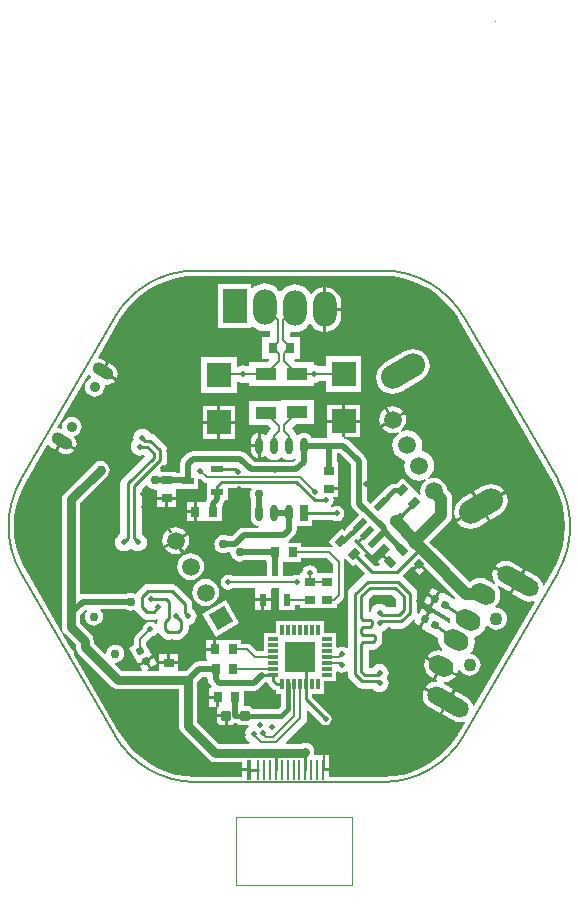
<source format=gbl>
%FSLAX25Y25*%
%MOIN*%
G70*
G01*
G75*
G04 Layer_Physical_Order=2*
G04 Layer_Color=16711680*
%ADD10R,0.05906X0.05906*%
%ADD11R,0.03347X0.02756*%
G04:AMPARAMS|DCode=12|XSize=62.99mil|YSize=17.72mil|CornerRadius=0mil|HoleSize=0mil|Usage=FLASHONLY|Rotation=210.000|XOffset=0mil|YOffset=0mil|HoleType=Round|Shape=Rectangle|*
%AMROTATEDRECTD12*
4,1,4,0.02285,0.02342,0.03171,0.00808,-0.02285,-0.02342,-0.03171,-0.00808,0.02285,0.02342,0.0*
%
%ADD12ROTATEDRECTD12*%

G04:AMPARAMS|DCode=13|XSize=86.61mil|YSize=47.24mil|CornerRadius=0mil|HoleSize=0mil|Usage=FLASHONLY|Rotation=300.000|XOffset=0mil|YOffset=0mil|HoleType=Round|Shape=Rectangle|*
%AMROTATEDRECTD13*
4,1,4,-0.04211,0.02569,-0.00120,0.04932,0.04211,-0.02569,0.00120,-0.04932,-0.04211,0.02569,0.0*
%
%ADD13ROTATEDRECTD13*%

G04:AMPARAMS|DCode=14|XSize=157.48mil|YSize=78.74mil|CornerRadius=0mil|HoleSize=0mil|Usage=FLASHONLY|Rotation=30.000|XOffset=0mil|YOffset=0mil|HoleType=Round|Shape=Rectangle|*
%AMROTATEDRECTD14*
4,1,4,-0.04851,-0.07347,-0.08788,-0.00528,0.04851,0.07347,0.08788,0.00528,-0.04851,-0.07347,0.0*
%
%ADD14ROTATEDRECTD14*%

%ADD15R,0.02756X0.03347*%
G04:AMPARAMS|DCode=16|XSize=102.36mil|YSize=17.72mil|CornerRadius=0mil|HoleSize=0mil|Usage=FLASHONLY|Rotation=330.000|XOffset=0mil|YOffset=0mil|HoleType=Round|Shape=Rectangle|*
%AMROTATEDRECTD16*
4,1,4,-0.04875,0.01792,-0.03990,0.03326,0.04875,-0.01792,0.03990,-0.03326,-0.04875,0.01792,0.0*
%
%ADD16ROTATEDRECTD16*%

%ADD17R,0.00984X0.07087*%
%ADD18R,0.00984X0.07087*%
%ADD19R,0.01772X0.07087*%
%ADD20C,0.03000*%
%ADD21C,0.02000*%
%ADD22C,0.01000*%
%ADD23C,0.00800*%
%ADD24C,0.00600*%
%ADD25C,0.00250*%
%ADD26C,0.00500*%
%ADD27O,0.07874X0.11811*%
%ADD28R,0.07874X0.11811*%
%ADD29C,0.02953*%
%ADD30P,0.08352X4X165.0*%
%ADD31C,0.05906*%
G04:AMPARAMS|DCode=32|XSize=157.48mil|YSize=78.74mil|CornerRadius=0mil|HoleSize=0mil|Usage=FLASHONLY|Rotation=210.000|XOffset=0mil|YOffset=0mil|HoleType=Round|Shape=Round|*
%AMOVALD32*
21,1,0.07874,0.07874,0.00000,0.00000,210.0*
1,1,0.07874,0.03410,0.01969*
1,1,0.07874,-0.03410,-0.01969*
%
%ADD32OVALD32*%

%ADD33C,0.04331*%
G04:AMPARAMS|DCode=34|XSize=150mil|YSize=60mil|CornerRadius=0mil|HoleSize=0mil|Usage=FLASHONLY|Rotation=150.000|XOffset=0mil|YOffset=0mil|HoleType=Round|Shape=Round|*
%AMOVALD34*
21,1,0.09000,0.06000,0.00000,0.00000,150.0*
1,1,0.06000,0.03897,-0.02250*
1,1,0.06000,-0.03897,0.02250*
%
%ADD34OVALD34*%

G04:AMPARAMS|DCode=35|XSize=86.61mil|YSize=62.99mil|CornerRadius=0mil|HoleSize=0mil|Usage=FLASHONLY|Rotation=150.000|XOffset=0mil|YOffset=0mil|HoleType=Round|Shape=Round|*
%AMOVALD35*
21,1,0.02362,0.06299,0.00000,0.00000,150.0*
1,1,0.06299,0.01023,-0.00591*
1,1,0.06299,-0.01023,0.00591*
%
%ADD35OVALD35*%

%ADD36C,0.03543*%
G04:AMPARAMS|DCode=37|XSize=74.8mil|YSize=39.37mil|CornerRadius=0mil|HoleSize=0mil|Usage=FLASHONLY|Rotation=330.000|XOffset=0mil|YOffset=0mil|HoleType=Round|Shape=Round|*
%AMOVALD37*
21,1,0.03543,0.03937,0.00000,0.00000,330.0*
1,1,0.03937,-0.01534,0.00886*
1,1,0.03937,0.01534,-0.00886*
%
%ADD37OVALD37*%

%ADD38C,0.02000*%
%ADD39C,0.03000*%
%ADD40C,0.00100*%
%ADD41P,0.03341X4X345.0*%
%ADD42P,0.03341X4X195.0*%
%ADD43P,0.03341X4X270.0*%
G04:AMPARAMS|DCode=44|XSize=27.56mil|YSize=33.47mil|CornerRadius=0mil|HoleSize=0mil|Usage=FLASHONLY|Rotation=45.000|XOffset=0mil|YOffset=0mil|HoleType=Round|Shape=Rectangle|*
%AMROTATEDRECTD44*
4,1,4,0.00209,-0.02158,-0.02158,0.00209,-0.00209,0.02158,0.02158,-0.00209,0.00209,-0.02158,0.0*
%
%ADD44ROTATEDRECTD44*%

G04:AMPARAMS|DCode=45|XSize=27.56mil|YSize=33.47mil|CornerRadius=0mil|HoleSize=0mil|Usage=FLASHONLY|Rotation=315.000|XOffset=0mil|YOffset=0mil|HoleType=Round|Shape=Rectangle|*
%AMROTATEDRECTD45*
4,1,4,-0.02158,-0.00209,0.00209,0.02158,0.02158,0.00209,-0.00209,-0.02158,-0.02158,-0.00209,0.0*
%
%ADD45ROTATEDRECTD45*%

%ADD46R,0.02362X0.03937*%
%ADD47R,0.03937X0.02362*%
%ADD48R,0.07087X0.03937*%
%ADD49R,0.07874X0.07874*%
%ADD50O,0.02500X0.05500*%
%ADD51R,0.02500X0.05500*%
%ADD52R,0.01200X0.03400*%
%ADD53R,0.03400X0.01200*%
%ADD54R,0.10236X0.10236*%
G04:AMPARAMS|DCode=55|XSize=31.5mil|YSize=31.5mil|CornerRadius=3.15mil|HoleSize=0mil|Usage=FLASHONLY|Rotation=180.000|XOffset=0mil|YOffset=0mil|HoleType=Round|Shape=RoundedRectangle|*
%AMROUNDEDRECTD55*
21,1,0.03150,0.02520,0,0,180.0*
21,1,0.02520,0.03150,0,0,180.0*
1,1,0.00630,-0.01260,0.01260*
1,1,0.00630,0.01260,0.01260*
1,1,0.00630,0.01260,-0.01260*
1,1,0.00630,-0.01260,-0.01260*
%
%ADD55ROUNDEDRECTD55*%
G04:AMPARAMS|DCode=56|XSize=20mil|YSize=50mil|CornerRadius=0mil|HoleSize=0mil|Usage=FLASHONLY|Rotation=315.000|XOffset=0mil|YOffset=0mil|HoleType=Round|Shape=Rectangle|*
%AMROTATEDRECTD56*
4,1,4,-0.02475,-0.01061,0.01061,0.02475,0.02475,0.01061,-0.01061,-0.02475,-0.02475,-0.01061,0.0*
%
%ADD56ROTATEDRECTD56*%

%ADD57R,0.01772X0.07087*%
%ADD58C,0.04000*%
%ADD59C,0.01500*%
G36*
X473763Y280098D02*
Y277083D01*
X469273D01*
Y277083D01*
X468745D01*
X468649Y277200D01*
X468455Y278175D01*
X467902Y279002D01*
X467075Y279555D01*
X466100Y279749D01*
X465125Y279555D01*
X464298Y279002D01*
X463745Y278175D01*
X463551Y277200D01*
X463455Y277083D01*
X462927D01*
Y276839D01*
X462540Y276522D01*
X461900Y276649D01*
X460924Y276455D01*
X460299Y276037D01*
X457144D01*
Y280827D01*
X457378Y280827D01*
D01*
D01*
X457528D01*
Y280827D01*
X463283D01*
Y282063D01*
X471798D01*
X473763Y280098D01*
D02*
G37*
G36*
X451983Y240754D02*
X452033Y240503D01*
X452475Y239841D01*
X453587Y238729D01*
X454248Y238287D01*
X454861Y238165D01*
Y236971D01*
X456636D01*
Y232780D01*
X455715Y231859D01*
X447195D01*
X447011Y232134D01*
X446411Y232535D01*
X445703Y232676D01*
X444208D01*
Y237951D01*
X447500D01*
X448476Y238145D01*
X449302Y238698D01*
X449302Y238698D01*
X449302Y238698D01*
X451504Y240900D01*
X451983Y240754D01*
D02*
G37*
G36*
X479951Y313382D02*
Y300300D01*
X480145Y299324D01*
X480698Y298498D01*
X482590Y296605D01*
X478114Y292129D01*
X478260Y291983D01*
X477553Y291276D01*
X476740Y292089D01*
X472253Y287601D01*
X473716Y286138D01*
X473399Y285751D01*
X473341Y285790D01*
X472600Y285937D01*
X463283D01*
Y287173D01*
X458980D01*
X458834Y287652D01*
X459202Y287898D01*
X459202Y287898D01*
X459202Y287898D01*
X461002Y289698D01*
X461555Y290525D01*
X461749Y291500D01*
X461749Y291500D01*
X461749Y291500D01*
Y291500D01*
Y292750D01*
X466950D01*
Y294961D01*
X473652D01*
X474124Y294645D01*
X475100Y294451D01*
X476076Y294645D01*
X476902Y295198D01*
X477455Y296024D01*
X477649Y297000D01*
X477455Y297975D01*
X476902Y298802D01*
X476076Y299355D01*
X475100Y299549D01*
X474124Y299355D01*
X473732Y299092D01*
X473261Y299261D01*
X473183Y299518D01*
X473302Y299598D01*
X473855Y300425D01*
X474049Y301400D01*
X473855Y302375D01*
X473880Y302422D01*
X475673D01*
Y304800D01*
X472499D01*
Y305800D01*
X475673D01*
Y308178D01*
D01*
Y308178D01*
X475673Y308178D01*
Y308328D01*
X475673D01*
Y314084D01*
X475049D01*
Y317089D01*
X476244D01*
X479951Y313382D01*
D02*
G37*
G36*
X494851Y268444D02*
Y265856D01*
X494744Y265749D01*
X491763D01*
X491540Y266040D01*
X490913Y266521D01*
X490183Y266823D01*
X489400Y266926D01*
X488617Y266823D01*
X487887Y266521D01*
X487260Y266040D01*
X486779Y265413D01*
X486477Y264683D01*
X486428Y264312D01*
X486294Y264215D01*
X485849Y264444D01*
Y268344D01*
X487256Y269751D01*
X493544D01*
X494851Y268444D01*
D02*
G37*
G36*
X485710Y290192D02*
X482880Y287363D01*
X483404Y286839D01*
D01*
X483404Y286839D01*
X484295Y285948D01*
X486939Y283304D01*
X489594Y285958D01*
X489802Y286098D01*
X490976Y287271D01*
X492930Y285317D01*
X492697Y285085D01*
Y285085D01*
X492591Y284979D01*
X492591Y284979D01*
X492591Y284979D01*
X490910Y283297D01*
X493154Y281053D01*
X492447Y280346D01*
X490203Y282590D01*
X488521Y280909D01*
X489429Y280001D01*
X489237Y279539D01*
X487686D01*
X484184Y283041D01*
X484986Y283843D01*
X480916Y287913D01*
X480916Y287913D01*
X481084Y288318D01*
X481254Y288489D01*
X481754D01*
X482173Y288070D01*
X485003Y290899D01*
X485710Y290192D01*
D02*
G37*
G36*
X493796Y376039D02*
X497051Y375486D01*
X500224Y374571D01*
X503275Y373308D01*
X506165Y371710D01*
X508858Y369800D01*
X511320Y367599D01*
X513521Y365137D01*
X515432Y362444D01*
X515964Y361480D01*
X515974Y361486D01*
X547168Y307456D01*
X547164Y307441D01*
X547164Y307441D01*
X547164Y307441D01*
X548229Y305515D01*
X549492Y302464D01*
X550406Y299291D01*
X550959Y296036D01*
X551145Y292739D01*
X550959Y289442D01*
X550406Y286187D01*
X549492Y283013D01*
X548229Y279963D01*
X547164Y278036D01*
X547164Y278036D01*
X547164Y278036D01*
X547168Y278022D01*
X544227Y272929D01*
X543737Y273026D01*
X543695Y273341D01*
X543242Y274436D01*
X542521Y275376D01*
X541581Y276097D01*
X538117Y278097D01*
X535847Y274166D01*
D01*
X533578Y270236D01*
X537042Y268236D01*
X538136Y267782D01*
X539311Y267628D01*
X540486Y267782D01*
X540779Y267904D01*
X541109Y267528D01*
X520999Y232696D01*
X520509Y232794D01*
X520467Y233108D01*
X520014Y234203D01*
X519292Y235143D01*
X518352Y235864D01*
X514888Y237864D01*
X512618Y233933D01*
D01*
X510349Y230003D01*
X513814Y228003D01*
X514908Y227549D01*
X516083Y227395D01*
X517258Y227549D01*
X517551Y227671D01*
X517880Y227295D01*
X515974Y223992D01*
X515964Y223997D01*
X515964D01*
X515432Y223033D01*
X513521Y220340D01*
X511320Y217878D01*
X508858Y215678D01*
X506165Y213767D01*
X503275Y212170D01*
X500224Y210906D01*
X497051Y209992D01*
X493796Y209439D01*
X490619Y209260D01*
X490499Y209284D01*
X472546D01*
Y211000D01*
X470577D01*
Y211499D01*
Y216543D01*
X467921D01*
X467591Y216919D01*
X467674Y217548D01*
X467571Y218331D01*
X467269Y219061D01*
X466788Y219688D01*
X466161Y220168D01*
X465431Y220471D01*
X464648Y220574D01*
X463865Y220471D01*
X463260Y220220D01*
X458280D01*
X458088Y220682D01*
X464513Y227107D01*
X465043Y227901D01*
X465074Y228056D01*
X465230Y228837D01*
Y231133D01*
X465692Y231325D01*
X469958Y227058D01*
X470620Y226616D01*
X471400Y226461D01*
X472180Y226616D01*
X472842Y227058D01*
X473284Y227720D01*
X473439Y228500D01*
X473284Y229280D01*
X472842Y229942D01*
X466875Y235909D01*
Y236971D01*
X470872D01*
Y241116D01*
X475017D01*
Y243084D01*
X475017D01*
Y244121D01*
X475458Y244357D01*
X475924Y244045D01*
X476900Y243851D01*
X477876Y244045D01*
X478310Y244335D01*
X478751Y244100D01*
Y243472D01*
X478945Y242496D01*
X479498Y241669D01*
X481869Y239298D01*
X482696Y238745D01*
X483672Y238551D01*
X487037D01*
X487260Y238260D01*
X487887Y237779D01*
X488617Y237477D01*
X489400Y237374D01*
X490183Y237477D01*
X490913Y237779D01*
X491540Y238260D01*
X492021Y238887D01*
X492323Y239617D01*
X492426Y240400D01*
X492323Y241183D01*
X492021Y241913D01*
X491877Y242100D01*
X492021Y242287D01*
X492323Y243017D01*
X492426Y243800D01*
X492323Y244583D01*
X492021Y245313D01*
X491540Y245940D01*
X490913Y246421D01*
X490183Y246723D01*
X489400Y246826D01*
X488617Y246723D01*
X487887Y246421D01*
X487260Y245940D01*
X487037Y245649D01*
X485849D01*
Y251601D01*
X487171D01*
X488146Y251795D01*
X488973Y252348D01*
X489598Y252973D01*
X490151Y253800D01*
X490345Y254775D01*
Y256025D01*
X490151Y257000D01*
X490014Y257205D01*
X490183Y257577D01*
X490913Y257879D01*
X491540Y258360D01*
X491763Y258651D01*
X496628D01*
X497604Y258845D01*
X498431Y259398D01*
X500750Y261717D01*
X501147Y261413D01*
X500728Y260687D01*
X502617Y259597D01*
X503958Y261919D01*
D01*
X505298Y264240D01*
X503409Y265331D01*
X502361Y263516D01*
X501894Y263692D01*
X501949Y263972D01*
Y270328D01*
X501755Y271304D01*
X501202Y272131D01*
X497231Y276102D01*
X497182Y276594D01*
X499864Y279276D01*
X500367Y278774D01*
X502263Y280670D01*
X502616Y280317D01*
X502879Y280580D01*
X502879Y280579D01*
X504775Y278684D01*
X504775Y278684D01*
X514544Y268915D01*
X514240Y268518D01*
X510036Y270946D01*
X509786Y270512D01*
X509564Y270640D01*
X508223Y268318D01*
D01*
X506883Y265996D01*
X506798Y266045D01*
X506928Y265563D01*
X506854Y265436D01*
X512364Y262255D01*
D01*
X512726Y262046D01*
X512883Y260848D01*
X512892Y260826D01*
X512704Y260500D01*
X512206Y260451D01*
X512026Y260657D01*
X512146Y260864D01*
X506636Y264046D01*
X506386Y263612D01*
X506164Y263740D01*
X504823Y261418D01*
D01*
X503483Y259096D01*
X503398Y259145D01*
X503528Y258663D01*
X503454Y258536D01*
X508781Y255460D01*
X508770Y255373D01*
X508947Y254029D01*
X509465Y252776D01*
X510291Y251700D01*
X510342Y251661D01*
X510146Y251188D01*
X508932Y251348D01*
X507718Y251188D01*
X506587Y250720D01*
X505616Y249974D01*
X505178Y249403D01*
X510206Y246500D01*
D01*
X515232Y243598D01*
X515508Y244263D01*
X515593Y244910D01*
X516088Y244975D01*
X516169Y244780D01*
X516757Y244014D01*
X517522Y243427D01*
X518414Y243057D01*
X519371Y242932D01*
X520328Y243057D01*
X521219Y243427D01*
X521985Y244014D01*
X522573Y244780D01*
X522942Y245672D01*
X523068Y246628D01*
X522942Y247585D01*
X522573Y248477D01*
X521985Y249243D01*
X521219Y249830D01*
X520328Y250200D01*
X519747Y250276D01*
X519682Y250519D01*
X520507Y251595D01*
X521026Y252848D01*
X521203Y254192D01*
X521026Y255536D01*
X521017Y255558D01*
X521267Y255991D01*
X521290Y255994D01*
X522543Y256513D01*
X523619Y257338D01*
X524444Y258414D01*
X524917Y259555D01*
X525363Y259614D01*
X525424Y259606D01*
X525615Y259357D01*
X526381Y258770D01*
X527272Y258401D01*
X528229Y258275D01*
X529186Y258401D01*
X530078Y258770D01*
X530843Y259357D01*
X531431Y260123D01*
X531800Y261015D01*
X531926Y261971D01*
X531800Y262928D01*
X531431Y263820D01*
X530843Y264586D01*
X530078Y265173D01*
X529186Y265543D01*
X528229Y265669D01*
X528099Y265651D01*
X527908Y266113D01*
X528294Y266410D01*
X529039Y267381D01*
X529508Y268512D01*
X529668Y269726D01*
X529508Y270940D01*
X529039Y272071D01*
X528666Y272557D01*
X529019Y272911D01*
X529248Y272736D01*
X532712Y270736D01*
X534731Y274233D01*
X527393Y278470D01*
X527133Y277841D01*
X526978Y276666D01*
X527133Y275492D01*
X527586Y274397D01*
X527936Y273942D01*
X527582Y273588D01*
X527323Y273787D01*
X525277Y274968D01*
X524146Y275437D01*
X522932Y275597D01*
X521718Y275437D01*
X520587Y274968D01*
X519616Y274223D01*
X519245Y274199D01*
X508056Y285388D01*
X507896Y285596D01*
X505993Y287500D01*
X512496Y294004D01*
X513057Y294735D01*
X513410Y295586D01*
X513530Y296500D01*
X513530Y296500D01*
X513530Y296500D01*
Y296500D01*
Y301900D01*
X513410Y302814D01*
X513057Y303665D01*
X512496Y304396D01*
X511915Y304977D01*
X511838Y305562D01*
X511389Y306646D01*
X510676Y307576D01*
X509746Y308290D01*
X508662Y308738D01*
X507500Y308891D01*
X506338Y308738D01*
X505765Y308501D01*
X505515Y308934D01*
X506111Y309391D01*
X506905Y310426D01*
X507404Y311631D01*
X507574Y312924D01*
X507404Y314217D01*
X506905Y315422D01*
X506111Y316456D01*
X505077Y317250D01*
X503872Y317749D01*
X503620Y317782D01*
X503370Y318215D01*
X503467Y318450D01*
X503637Y319743D01*
X503467Y321036D01*
X502968Y322241D01*
X502174Y323275D01*
X501140Y324069D01*
X499935Y324568D01*
X498642Y324739D01*
X497349Y324568D01*
X496655Y324281D01*
X496405Y324714D01*
X496896Y325091D01*
X497610Y326021D01*
X498059Y327104D01*
X498212Y328267D01*
X498059Y329429D01*
X497803Y330046D01*
X493971Y327834D01*
D01*
X490138Y325621D01*
X490545Y325091D01*
X491475Y324377D01*
X492558Y323928D01*
X493720Y323776D01*
X494883Y323928D01*
X495455Y324166D01*
X495705Y323733D01*
X495110Y323275D01*
X494316Y322241D01*
X493817Y321036D01*
X493646Y319743D01*
X493817Y318450D01*
X494316Y317245D01*
X495110Y316211D01*
X496144Y315417D01*
X497349Y314918D01*
X497601Y314885D01*
X497851Y314452D01*
X497753Y314217D01*
X497583Y312924D01*
X497753Y311631D01*
X498252Y310426D01*
X499046Y309391D01*
X500081Y308598D01*
X501286Y308099D01*
X502579Y307928D01*
X503872Y308099D01*
X504566Y308386D01*
X504816Y307953D01*
X504324Y307576D01*
X503611Y306646D01*
X503162Y305562D01*
X503009Y304400D01*
X503123Y303534D01*
X502674Y303313D01*
X501185Y304803D01*
X501185Y304803D01*
Y304803D01*
X501079Y304909D01*
X501079Y304909D01*
X501079Y304909D01*
X497009Y308979D01*
X495024Y306994D01*
X494221D01*
X493343Y306820D01*
X492599Y306322D01*
X490988Y304711D01*
X490842Y304857D01*
X486195Y300209D01*
X485049Y301356D01*
Y314438D01*
X484855Y315413D01*
X484302Y316240D01*
X479102Y321440D01*
X478275Y321993D01*
X477300Y322187D01*
X477476Y322363D01*
X476900D01*
Y327300D01*
X471963D01*
Y322540D01*
X471963Y322540D01*
X471963D01*
X471963Y322363D01*
X471787Y322187D01*
X466742D01*
X466602Y322525D01*
X466161Y323099D01*
X465587Y323540D01*
X464918Y323817D01*
X464200Y323911D01*
X463482Y323817D01*
X462813Y323540D01*
X462239Y323099D01*
X461742Y323164D01*
X461518Y323456D01*
X461516Y323457D01*
X461492Y323581D01*
X461461Y323736D01*
X460930Y324530D01*
X460097Y325364D01*
Y325441D01*
X461492Y326836D01*
X467543D01*
Y334773D01*
X456457D01*
Y334573D01*
X445957D01*
Y326636D01*
X452008D01*
X453292Y325352D01*
X452470Y324530D01*
X451939Y323736D01*
X451908Y323581D01*
X451884Y323457D01*
X451882Y323456D01*
X451658Y323164D01*
X451161Y323099D01*
X450587Y323540D01*
X449918Y323817D01*
X449700Y323846D01*
Y319637D01*
Y315430D01*
X449918Y315459D01*
X450587Y315736D01*
X451161Y316177D01*
X451658Y316112D01*
X451882Y315820D01*
X452561Y315299D01*
X453352Y314971D01*
X454200Y314860D01*
X455048Y314971D01*
X455839Y315299D01*
X456518Y315820D01*
X456882D01*
X457561Y315299D01*
X458352Y314971D01*
X459200Y314860D01*
X460048Y314971D01*
X460839Y315299D01*
X461052Y315462D01*
X461381Y315086D01*
X460544Y314249D01*
X447556D01*
X444702Y317102D01*
X443876Y317655D01*
X442900Y317849D01*
X427200D01*
X426225Y317655D01*
X425398Y317102D01*
X423655Y315360D01*
X423103Y314533D01*
X422908Y313558D01*
Y310644D01*
X421989D01*
Y310644D01*
X421913D01*
X421673Y310883D01*
Y310883D01*
X416470D01*
X416279Y311345D01*
X417902Y312969D01*
X418455Y313796D01*
X418649Y314772D01*
X418649Y314772D01*
X418649Y314772D01*
Y314772D01*
Y318028D01*
X418455Y319004D01*
X417902Y319831D01*
X414631Y323102D01*
X413804Y323655D01*
X412904Y323834D01*
X412440Y324440D01*
X411813Y324921D01*
X411083Y325223D01*
X410300Y325326D01*
X409517Y325223D01*
X408787Y324921D01*
X408160Y324440D01*
X407680Y323813D01*
X407377Y323083D01*
X407274Y322300D01*
X407376Y321528D01*
X407260Y321440D01*
X406779Y320813D01*
X406477Y320083D01*
X406374Y319300D01*
X406477Y318517D01*
X406779Y317787D01*
X407260Y317160D01*
X407887Y316680D01*
X408617Y316377D01*
X409400Y316274D01*
X410183Y316377D01*
X410859Y316657D01*
X411136Y316241D01*
X403698Y308802D01*
X403145Y307976D01*
X402951Y307000D01*
Y290130D01*
X402687Y290020D01*
X402060Y289540D01*
X401580Y288913D01*
X401277Y288183D01*
X401174Y287400D01*
X401277Y286617D01*
X401580Y285887D01*
X402060Y285260D01*
X402687Y284780D01*
X403417Y284477D01*
X404200Y284374D01*
X404983Y284477D01*
X405713Y284780D01*
X406340Y285260D01*
X406660D01*
X407287Y284780D01*
X408017Y284477D01*
X408800Y284374D01*
X409583Y284477D01*
X410313Y284780D01*
X410940Y285260D01*
X411420Y285887D01*
X411723Y286617D01*
X411826Y287400D01*
X411723Y288183D01*
X411420Y288913D01*
X410940Y289540D01*
X410313Y290020D01*
X410049Y290130D01*
Y305116D01*
X411414Y306481D01*
X411913Y306449D01*
X412360Y305866D01*
X412987Y305385D01*
X413717Y305083D01*
X414500Y304980D01*
X414951Y305039D01*
X415327Y304709D01*
Y302600D01*
X421673D01*
Y304774D01*
X421673Y304774D01*
D01*
D01*
X421673Y304978D01*
Y304994D01*
Y305053D01*
X421673Y305128D01*
X421828Y305282D01*
X421989D01*
Y305282D01*
X428926D01*
Y308391D01*
X429148Y308573D01*
X429388Y308672D01*
X430430Y307630D01*
X431059Y307210D01*
X431800Y307063D01*
X431832D01*
Y306707D01*
X431832D01*
Y301701D01*
X431551Y301281D01*
X431450Y300773D01*
X431231D01*
X431231Y300773D01*
Y300773D01*
X431028Y300773D01*
X430953D01*
X430878D01*
X430674Y300773D01*
X430674Y300773D01*
Y300773D01*
X428500D01*
Y297599D01*
Y294427D01*
X430878D01*
Y294427D01*
X431028D01*
X431231Y294427D01*
X431231Y294427D01*
Y294427D01*
X436784D01*
Y299579D01*
X437102Y299898D01*
X437655Y300725D01*
X437778Y301345D01*
X438768D01*
Y305561D01*
X446511D01*
X446733Y305112D01*
X446580Y304913D01*
X446277Y304183D01*
X446174Y303400D01*
X446277Y302617D01*
X446580Y301887D01*
X446651Y301794D01*
Y299532D01*
X446521Y299218D01*
X446426Y298500D01*
Y295500D01*
X446521Y294782D01*
X446798Y294113D01*
X447239Y293539D01*
X447813Y293098D01*
X448482Y292821D01*
X449036Y292748D01*
X449003Y292249D01*
X444157D01*
X443182Y292055D01*
X442355Y291502D01*
X440202Y289349D01*
X438906D01*
X438813Y289421D01*
X438083Y289723D01*
X437300Y289826D01*
X436517Y289723D01*
X435787Y289421D01*
X435160Y288940D01*
X434680Y288313D01*
X434377Y287583D01*
X434274Y286800D01*
X434377Y286017D01*
X434680Y285287D01*
X435160Y284660D01*
X435787Y284179D01*
X436517Y283877D01*
X437300Y283774D01*
X438083Y283877D01*
X438813Y284179D01*
X438906Y284251D01*
X439454D01*
X439674Y284000D01*
X439777Y283217D01*
X440079Y282487D01*
X440560Y281860D01*
X441187Y281380D01*
X441917Y281077D01*
X442700Y280974D01*
X443483Y281077D01*
X444213Y281380D01*
X444306Y281451D01*
X451622D01*
Y280827D01*
X451782D01*
Y276037D01*
X440601D01*
X439976Y276455D01*
X439000Y276649D01*
X438025Y276455D01*
X437198Y275902D01*
X436645Y275076D01*
X436451Y274100D01*
X436645Y273125D01*
X437198Y272298D01*
X438025Y271745D01*
X439000Y271551D01*
X439976Y271745D01*
X440601Y272163D01*
X447845D01*
Y271768D01*
X447845D01*
Y268800D01*
X453207D01*
Y271768D01*
X453207D01*
Y271809D01*
X453561Y272163D01*
X455719D01*
Y271768D01*
X455719D01*
Y264831D01*
X461081D01*
Y266363D01*
X462927D01*
Y265422D01*
X475173D01*
Y266732D01*
X475470Y266930D01*
X475470Y266930D01*
X475470Y266930D01*
X477070Y268530D01*
X477490Y269159D01*
X477637Y269900D01*
X477637Y269900D01*
X477637Y269900D01*
Y269900D01*
Y280900D01*
X477637Y280900D01*
X477637Y280900D01*
Y280900D01*
X477637D01*
X477637Y280900D01*
X477490Y281641D01*
X477451Y281699D01*
X477838Y282016D01*
X480498Y279356D01*
X481300Y280157D01*
X484361Y277097D01*
X484312Y276599D01*
X483569Y276102D01*
X479498Y272031D01*
X478945Y271204D01*
X478751Y270228D01*
Y252233D01*
X478310Y251998D01*
X477775Y252355D01*
X476800Y252549D01*
X475824Y252355D01*
X475458Y252110D01*
X475017Y252346D01*
Y252927D01*
X475017D01*
Y257127D01*
X470872D01*
Y261271D01*
X468904D01*
Y261271D01*
X464704D01*
Y261271D01*
X462735D01*
Y261271D01*
X461030D01*
Y261271D01*
X456830D01*
Y261271D01*
X454861D01*
Y257127D01*
X450717D01*
Y255158D01*
X450717D01*
Y251059D01*
X448581D01*
X446570Y253070D01*
X445941Y253490D01*
X445200Y253637D01*
X443284D01*
Y254873D01*
X437732D01*
X437732Y254873D01*
Y254873D01*
X437528Y254873D01*
X437453D01*
X437378D01*
X437174Y254873D01*
X437174Y254873D01*
Y254873D01*
X435000D01*
Y251699D01*
X434501D01*
Y251200D01*
X431622D01*
Y248727D01*
X431622Y248727D01*
X431622D01*
X431622Y248527D01*
D01*
D01*
D01*
X431622Y248527D01*
X431622Y248527D01*
D01*
Y248527D01*
D01*
X431822Y248373D01*
X431822D01*
D01*
Y247749D01*
X429300D01*
X428325Y247555D01*
X427498Y247002D01*
X424921Y244426D01*
X422273D01*
Y246800D01*
X415927D01*
Y244426D01*
X411896D01*
X411766Y244909D01*
X412476Y245319D01*
X411385Y247207D01*
X409497Y246117D01*
X410223Y244859D01*
X409973Y244426D01*
X403553D01*
X401065Y246914D01*
X401265Y247321D01*
X402042Y247423D01*
X402766Y247723D01*
X403388Y248200D01*
X403865Y248821D01*
X404165Y249546D01*
X404267Y250323D01*
X404165Y251099D01*
X403865Y251824D01*
X403388Y252445D01*
X402766Y252922D01*
X402042Y253222D01*
X401265Y253325D01*
X400488Y253222D01*
X399764Y252922D01*
X399142Y252445D01*
X398665Y251824D01*
X398365Y251099D01*
X398266Y250347D01*
X397793Y250186D01*
X394126Y253853D01*
Y254600D01*
X394023Y255383D01*
X393809Y255899D01*
X393721Y256113D01*
X393240Y256740D01*
X389626Y260353D01*
Y263121D01*
X391379Y264874D01*
X391872Y264792D01*
X391966Y264603D01*
X391579Y264098D01*
X391279Y263374D01*
X391176Y262597D01*
X391279Y261820D01*
X391579Y261096D01*
X392056Y260474D01*
X392677Y259997D01*
X393402Y259697D01*
X394179Y259595D01*
X394955Y259697D01*
X395679Y259997D01*
X396301Y260474D01*
X396778Y261096D01*
X397078Y261820D01*
X397181Y262597D01*
X397078Y263374D01*
X396778Y264098D01*
X396301Y264720D01*
X396414Y265051D01*
X404794D01*
X404887Y264980D01*
X405617Y264677D01*
X406400Y264574D01*
X407183Y264677D01*
X407628Y264861D01*
X407945Y264925D01*
X408498Y264098D01*
X410198Y262398D01*
X411025Y261845D01*
X412000Y261651D01*
X414100D01*
X415075Y261845D01*
X415090Y261855D01*
X415506Y261577D01*
X415351Y260800D01*
Y260243D01*
X414873Y260097D01*
X414802Y260202D01*
X413975Y260755D01*
X413000Y260949D01*
X412024Y260755D01*
X411198Y260202D01*
X410645Y259376D01*
X410498Y258638D01*
X408230Y256370D01*
X407810Y255741D01*
X407663Y255000D01*
Y253277D01*
X405938Y252281D01*
X408619Y247638D01*
D01*
X408997Y246983D01*
X411318Y248323D01*
D01*
X413640Y249664D01*
X412550Y251553D01*
D01*
X411537Y253307D01*
Y254198D01*
X413238Y255898D01*
X413975Y256045D01*
X414802Y256598D01*
X415233Y257243D01*
X415733D01*
X416098Y256698D01*
X417098Y255698D01*
X417924Y255145D01*
X418900Y254951D01*
X422200D01*
X423175Y255145D01*
X424002Y255698D01*
X424002Y255698D01*
X424002Y255698D01*
X425102Y256798D01*
X425102Y256798D01*
X425102Y256798D01*
X425655Y257625D01*
X425849Y258600D01*
Y259833D01*
X426183Y259877D01*
X426913Y260179D01*
X427540Y260660D01*
X428020Y261287D01*
X428323Y262017D01*
X428426Y262800D01*
X428323Y263583D01*
X428020Y264313D01*
X427540Y264940D01*
X426999Y265354D01*
Y266728D01*
X426805Y267704D01*
X426252Y268531D01*
X421881Y272902D01*
X421054Y273455D01*
X420078Y273649D01*
X412264D01*
X411289Y273455D01*
X410462Y272902D01*
X408498Y270938D01*
X408031Y270240D01*
X407913Y270220D01*
X407183Y270523D01*
X406400Y270626D01*
X405617Y270523D01*
X404887Y270220D01*
X404794Y270149D01*
X390500D01*
X390012Y270052D01*
X389626Y270369D01*
Y300447D01*
X398540Y309360D01*
X399021Y309987D01*
X399323Y310717D01*
X399426Y311500D01*
X399426Y311500D01*
X399426Y311500D01*
Y311500D01*
X399426D01*
X399426Y311500D01*
X399323Y312283D01*
X399021Y313013D01*
X398540Y313640D01*
X397913Y314121D01*
X397183Y314423D01*
X396400Y314526D01*
X395617Y314423D01*
X394887Y314121D01*
X394260Y313640D01*
X384460Y303840D01*
X383980Y303213D01*
X383891Y302999D01*
X383677Y302483D01*
X383574Y301700D01*
Y263700D01*
X383574Y263700D01*
X383574D01*
Y259100D01*
X383677Y258317D01*
X383891Y257801D01*
X383980Y257587D01*
X384460Y256960D01*
X388074Y253347D01*
Y252600D01*
X388177Y251817D01*
X388391Y251301D01*
X388479Y251087D01*
X388960Y250460D01*
X400160Y239260D01*
X400787Y238779D01*
X401517Y238477D01*
X402300Y238374D01*
X422474D01*
Y226200D01*
X422577Y225417D01*
X422791Y224901D01*
X422880Y224687D01*
X423360Y224060D01*
X432366Y215055D01*
X432366Y215055D01*
X432993Y214574D01*
D01*
D01*
Y214574D01*
X432993Y214574D01*
D01*
D01*
X432993D01*
Y214574D01*
D01*
X432993D01*
Y214574D01*
X433722Y214272D01*
X434506Y214169D01*
X443561D01*
Y212000D01*
X445948D01*
Y211000D01*
X443561D01*
Y209284D01*
X428100D01*
X427980Y209260D01*
X424803Y209439D01*
X421548Y209992D01*
X418375Y210906D01*
X415324Y212170D01*
X412434Y213767D01*
X409741Y215678D01*
X407279Y217878D01*
X405078Y220340D01*
X403167Y223033D01*
X402635Y223997D01*
X402626Y223992D01*
X387643Y249943D01*
X387678Y250119D01*
X387542Y250802D01*
X387155Y251381D01*
X386597Y251754D01*
X371431Y278022D01*
X371435Y278036D01*
X371435Y278036D01*
X371435Y278036D01*
X370371Y279963D01*
X369107Y283013D01*
X368193Y286187D01*
X367640Y289442D01*
X367455Y292739D01*
X367640Y296036D01*
X368193Y299291D01*
X369107Y302464D01*
X370371Y305515D01*
X371435Y307441D01*
X371435Y307441D01*
X371435Y307441D01*
X371431Y307456D01*
X378587Y319849D01*
X379086Y319882D01*
X379376Y319504D01*
X380100Y318948D01*
X381201Y318313D01*
X382951Y321343D01*
X383383Y321094D01*
X383633Y321526D01*
X388141Y318923D01*
X388297Y319301D01*
X388416Y320206D01*
X388297Y321112D01*
X387948Y321956D01*
X387392Y322680D01*
X387403Y322724D01*
X387646Y322756D01*
X388442Y323086D01*
X389125Y323610D01*
X389650Y324294D01*
X389979Y325090D01*
X390092Y325944D01*
X389979Y326798D01*
X389650Y327594D01*
X389125Y328277D01*
X388442Y328801D01*
X387646Y329131D01*
X386792Y329244D01*
X385938Y329131D01*
X385142Y328801D01*
X384459Y328277D01*
X383934Y327594D01*
X383605Y326798D01*
X383492Y325944D01*
X383551Y325496D01*
X383154Y325192D01*
X382755Y325357D01*
X381849Y325477D01*
X381842Y325487D01*
X392113Y343277D01*
X392612Y343309D01*
X393033Y342760D01*
X393121Y342692D01*
X393056Y342197D01*
X392819Y342099D01*
X392136Y341574D01*
X391611Y340891D01*
X391282Y340095D01*
X391169Y339241D01*
X391282Y338387D01*
X391611Y337591D01*
X392136Y336908D01*
X392819Y336383D01*
X393615Y336053D01*
X394469Y335941D01*
X395323Y336053D01*
X396119Y336383D01*
X396802Y336908D01*
X397327Y337591D01*
X397656Y338387D01*
X397769Y339241D01*
X397711Y339677D01*
X398065Y340031D01*
X398575Y339964D01*
X399481Y340083D01*
X400325Y340432D01*
X401049Y340988D01*
X401298Y341313D01*
X396790Y343915D01*
X397040Y344347D01*
X396608Y344597D01*
X398357Y347627D01*
X397256Y348263D01*
X396412Y348613D01*
X395507Y348732D01*
X395376Y348928D01*
X402626Y361486D01*
X402635Y361480D01*
X403167Y362444D01*
X405078Y365137D01*
X407279Y367599D01*
X409741Y369800D01*
X412434Y371710D01*
X415324Y373308D01*
X418375Y374571D01*
X421548Y375486D01*
X424803Y376039D01*
X427980Y376217D01*
X428100Y376193D01*
X490499D01*
X490619Y376217D01*
X493796Y376039D01*
D02*
G37*
G36*
X431822Y242027D02*
X431824D01*
X432151Y241700D01*
X432151Y241700D01*
D01*
X432345Y240724D01*
X432898Y239898D01*
X433395Y239401D01*
X433203Y238939D01*
X432547D01*
Y236265D01*
X435426D01*
Y235766D01*
X435925D01*
Y232592D01*
X435332D01*
X435638Y232134D01*
X435237Y231533D01*
X435096Y230825D01*
Y230065D01*
X438207D01*
Y229566D01*
X438706D01*
Y226455D01*
X439466D01*
X440174Y226596D01*
X440774Y226997D01*
X440850Y227111D01*
X441325Y227016D01*
X441799Y227111D01*
X441875Y226997D01*
X442475Y226596D01*
X443183Y226455D01*
X445676D01*
X445836Y225981D01*
X445260Y225540D01*
X444779Y224913D01*
X444477Y224183D01*
X444374Y223400D01*
X444477Y222617D01*
X444779Y221887D01*
X445260Y221260D01*
X445887Y220779D01*
X446053Y220711D01*
X445955Y220220D01*
X435759D01*
X428526Y227453D01*
Y240821D01*
X430356Y242651D01*
X431822D01*
Y242027D01*
D02*
G37*
%LPC*%
G36*
X506809Y272231D02*
X505719Y270342D01*
X507607Y269251D01*
X508698Y271140D01*
X506809Y272231D01*
D02*
G37*
G36*
X505219Y269476D02*
X504128Y267587D01*
X506017Y266497D01*
X507107Y268386D01*
X505219Y269476D01*
D02*
G37*
G36*
X431400Y275151D02*
X430238Y274998D01*
X429154Y274550D01*
X428224Y273836D01*
X427510Y272906D01*
X427062Y271823D01*
X426909Y270660D01*
X427062Y269498D01*
X427510Y268415D01*
X428224Y267484D01*
X429154Y266771D01*
X430238Y266322D01*
X431400Y266169D01*
X432562Y266322D01*
X433646Y266771D01*
X434576Y267484D01*
X435289Y268415D01*
X435738Y269498D01*
X435891Y270660D01*
X435738Y271823D01*
X435289Y272906D01*
X434576Y273836D01*
X433646Y274550D01*
X432562Y274998D01*
X431400Y275151D01*
D02*
G37*
G36*
X421217Y287298D02*
X417817Y285335D01*
X418224Y284805D01*
X419154Y284091D01*
X420238Y283643D01*
X421400Y283490D01*
X422562Y283643D01*
X423180Y283898D01*
X421217Y287298D01*
D02*
G37*
G36*
X425483Y289760D02*
X422083Y287798D01*
X424046Y284398D01*
X424576Y284805D01*
X425289Y285735D01*
X425738Y286818D01*
X425891Y287981D01*
X425738Y289143D01*
X425483Y289760D01*
D02*
G37*
G36*
X502616Y279609D02*
X501074Y278067D01*
X502616Y276524D01*
X504158Y278067D01*
X502616Y279609D01*
D02*
G37*
G36*
X426400Y283812D02*
X425238Y283659D01*
X424154Y283210D01*
X423224Y282496D01*
X422510Y281566D01*
X422062Y280483D01*
X421909Y279321D01*
X422062Y278158D01*
X422510Y277075D01*
X423224Y276145D01*
X424154Y275431D01*
X425238Y274982D01*
X426400Y274829D01*
X427562Y274982D01*
X428646Y275431D01*
X429576Y276145D01*
X430289Y277075D01*
X430738Y278158D01*
X430891Y279321D01*
X430738Y280483D01*
X430289Y281566D01*
X429576Y282496D01*
X428646Y283210D01*
X427562Y283659D01*
X426400Y283812D01*
D02*
G37*
G36*
X531517Y281205D02*
X530342Y281051D01*
X529248Y280597D01*
X528308Y279876D01*
X527893Y279336D01*
X535231Y275099D01*
X537251Y278597D01*
X533786Y280597D01*
X532692Y281051D01*
X531517Y281205D01*
D02*
G37*
G36*
X453207Y267800D02*
X451026D01*
Y264831D01*
X453207D01*
Y267800D01*
D02*
G37*
G36*
X434925Y235265D02*
X432547D01*
Y232592D01*
X434925D01*
Y235265D01*
D02*
G37*
G36*
X510138Y245385D02*
X508043Y241756D01*
X508619Y241424D01*
X508543Y241198D01*
X508441Y240952D01*
X508289Y240972D01*
X507114Y240818D01*
X506019Y240364D01*
X505079Y239643D01*
X504665Y239103D01*
X512003Y234867D01*
X514022Y238364D01*
X510595Y240343D01*
X510756Y240817D01*
X510978Y240787D01*
X512192Y240947D01*
X513323Y241416D01*
X514294Y242161D01*
X514732Y242732D01*
X510138Y245385D01*
D02*
G37*
G36*
X504678Y248537D02*
X504402Y247872D01*
X504242Y246658D01*
X504402Y245444D01*
X504871Y244313D01*
X505616Y243342D01*
X506587Y242597D01*
X507177Y242256D01*
X509272Y245885D01*
X504678Y248537D01*
D02*
G37*
G36*
X472546Y216543D02*
X471054D01*
Y212000D01*
X472546D01*
Y216543D01*
D02*
G37*
G36*
X437706Y229065D02*
X435096D01*
Y228306D01*
X435237Y227597D01*
X435638Y226997D01*
X436238Y226596D01*
X436946Y226455D01*
X437706D01*
Y229065D01*
D02*
G37*
G36*
X504165Y238237D02*
X503905Y237608D01*
X503750Y236434D01*
X503905Y235259D01*
X504358Y234164D01*
X505079Y233224D01*
X506019Y232503D01*
X509483Y230503D01*
X511503Y234001D01*
X504165Y238237D01*
D02*
G37*
G36*
X434000Y254873D02*
X431622D01*
Y252200D01*
X434000D01*
Y254873D01*
D02*
G37*
G36*
X438030Y268083D02*
X430317Y263630D01*
X434770Y255917D01*
X442483Y260370D01*
X438030Y268083D01*
D02*
G37*
G36*
X450026Y267800D02*
X447845D01*
Y264831D01*
X450026D01*
Y267800D01*
D02*
G37*
G36*
X414140Y248798D02*
X412252Y247708D01*
X413342Y245819D01*
X415231Y246909D01*
X414140Y248798D01*
D02*
G37*
G36*
X418600Y250178D02*
X415927D01*
Y247800D01*
X418600D01*
Y250178D01*
D02*
G37*
G36*
X422273D02*
X419600D01*
Y247800D01*
X422273D01*
Y250178D01*
D02*
G37*
G36*
X435300Y332837D02*
X430363D01*
Y327900D01*
X435300D01*
Y332837D01*
D02*
G37*
G36*
X441237D02*
X436300D01*
Y327900D01*
X441237D01*
Y332837D01*
D02*
G37*
G36*
X476900Y333237D02*
X471963D01*
Y328300D01*
X476900D01*
Y333237D01*
D02*
G37*
G36*
X441237Y326900D02*
X436300D01*
Y321963D01*
X441237D01*
Y326900D01*
D02*
G37*
G36*
X482837Y327300D02*
X477900D01*
Y322363D01*
X482837D01*
Y327300D01*
D02*
G37*
G36*
X491075Y331849D02*
X490545Y331442D01*
X489831Y330512D01*
X489382Y329429D01*
X489229Y328267D01*
X489382Y327104D01*
X489638Y326487D01*
X493037Y328450D01*
X491075Y331849D01*
D02*
G37*
G36*
X482837Y333237D02*
X477900D01*
Y328300D01*
X482837D01*
Y333237D01*
D02*
G37*
G36*
X476584Y364519D02*
X471600D01*
Y357632D01*
X472519Y357753D01*
X473842Y358301D01*
X474978Y359173D01*
X475849Y360309D01*
X476397Y361631D01*
X476584Y363050D01*
Y364519D01*
D02*
G37*
G36*
X471600Y372406D02*
Y365519D01*
X476584D01*
Y366987D01*
X476397Y368407D01*
X475849Y369729D01*
X474978Y370865D01*
X473842Y371737D01*
X472519Y372285D01*
X471600Y372406D01*
D02*
G37*
G36*
X451100Y373741D02*
X449936Y373626D01*
X448817Y373286D01*
X447786Y372735D01*
X446989Y372081D01*
X446537Y372295D01*
Y373605D01*
X435663D01*
Y358794D01*
X446537D01*
Y359317D01*
X446989Y359531D01*
X447786Y358877D01*
X448817Y358326D01*
X449936Y357987D01*
X451100Y357872D01*
X452264Y357987D01*
X452551Y358074D01*
X452953Y357776D01*
Y355973D01*
X450322D01*
Y348627D01*
X452613D01*
X452804Y348165D01*
X452008Y347369D01*
X445957D01*
Y346599D01*
X445513Y346021D01*
X444783Y346323D01*
X444000Y346426D01*
X443217Y346323D01*
X442487Y346021D01*
X442261Y345847D01*
X441737D01*
Y349085D01*
X429863D01*
Y337211D01*
X441737D01*
Y340953D01*
X442261D01*
X442487Y340779D01*
X443217Y340477D01*
X444000Y340374D01*
X444783Y340477D01*
X445513Y340779D01*
X445957Y340201D01*
Y339432D01*
X457043D01*
Y339632D01*
X467543D01*
Y340480D01*
X468283Y340577D01*
X469013Y340880D01*
X469369Y341153D01*
X471463D01*
Y337611D01*
X483337D01*
Y349485D01*
X471463D01*
Y346047D01*
X469109D01*
X469013Y346121D01*
X468283Y346423D01*
X467543Y346520D01*
Y347568D01*
X461492D01*
X460896Y348165D01*
X461087Y348627D01*
X462984D01*
Y355973D01*
X459647D01*
Y357249D01*
X460017Y357585D01*
X461100Y357478D01*
X462264Y357593D01*
X463383Y357932D01*
X464414Y358484D01*
X465318Y359226D01*
X466026Y360088D01*
X466142Y360086D01*
X466785Y359742D01*
X467222Y359173D01*
X468358Y358301D01*
X469681Y357753D01*
X470600Y357632D01*
Y365018D01*
Y372406D01*
X469681Y372285D01*
X468358Y371737D01*
X467222Y370865D01*
X466765Y370269D01*
X466266Y370310D01*
X466060Y370695D01*
X465318Y371600D01*
X464414Y372341D01*
X463383Y372893D01*
X462264Y373232D01*
X461100Y373347D01*
X459936Y373232D01*
X458817Y372893D01*
X457786Y372341D01*
X456882Y371600D01*
X456511Y371149D01*
X456011D01*
X455318Y371993D01*
X454414Y372735D01*
X453383Y373286D01*
X452264Y373626D01*
X451100Y373741D01*
D02*
G37*
G36*
X493720Y332758D02*
X492558Y332605D01*
X491941Y332349D01*
X493903Y328950D01*
X497303Y330912D01*
X496896Y331442D01*
X495966Y332156D01*
X494883Y332605D01*
X493720Y332758D01*
D02*
G37*
G36*
X500574Y351801D02*
X499155Y351614D01*
X497832Y351066D01*
X491013Y347129D01*
X489878Y346257D01*
X489006Y345122D01*
X488458Y343799D01*
X488271Y342380D01*
X488458Y340960D01*
X489006Y339638D01*
X489878Y338502D01*
X491013Y337631D01*
X492336Y337083D01*
X493755Y336896D01*
X495175Y337083D01*
X496497Y337631D01*
X503316Y341567D01*
X504452Y342439D01*
X505324Y343575D01*
X505871Y344897D01*
X506058Y346317D01*
X505871Y347736D01*
X505324Y349059D01*
X504452Y350194D01*
X503316Y351066D01*
X501994Y351614D01*
X500574Y351801D01*
D02*
G37*
G36*
X399223Y347128D02*
X397724Y344531D01*
X401798Y342179D01*
X401955Y342557D01*
X402074Y343462D01*
X401955Y344367D01*
X401605Y345211D01*
X401049Y345936D01*
X400325Y346492D01*
X399223Y347128D01*
D02*
G37*
G36*
X531501Y303587D02*
X523832Y299159D01*
X526324Y294843D01*
X529301Y296561D01*
X530437Y297433D01*
X531308Y298569D01*
X531856Y299891D01*
X532043Y301311D01*
X531856Y302730D01*
X531501Y303587D01*
D02*
G37*
G36*
X519974Y303841D02*
X516998Y302123D01*
X515862Y301251D01*
X514990Y300116D01*
X514443Y298793D01*
X514256Y297374D01*
X514443Y295954D01*
X514797Y295098D01*
X522466Y299525D01*
X519974Y303841D01*
D02*
G37*
G36*
X427500Y300773D02*
X425122D01*
Y298100D01*
X427500D01*
Y300773D01*
D02*
G37*
G36*
X421400Y292472D02*
X420238Y292319D01*
X419620Y292063D01*
X420260Y290955D01*
X420026Y290605D01*
X419890Y289922D01*
X419989Y289424D01*
X418754Y291563D01*
X418224Y291157D01*
X417511Y290226D01*
X417062Y289143D01*
X416909Y287981D01*
X417062Y286818D01*
X417317Y286201D01*
X420717Y288164D01*
X420441Y288642D01*
X420992Y288274D01*
X421260Y288220D01*
X421263Y288220D01*
X421671Y288139D01*
X421675Y288138D01*
X422358Y288274D01*
X422937Y288661D01*
X423323Y289240D01*
X423420Y289724D01*
X424983Y290626D01*
X424576Y291157D01*
X423646Y291870D01*
X422562Y292319D01*
X421400Y292472D01*
D02*
G37*
G36*
X522966Y298659D02*
X515298Y294232D01*
X515862Y293496D01*
X516998Y292624D01*
X518320Y292077D01*
X519740Y291890D01*
X521159Y292077D01*
X522482Y292624D01*
X525458Y294343D01*
X522966Y298659D01*
D02*
G37*
G36*
X427500Y297100D02*
X425122D01*
Y294427D01*
X427500D01*
Y297100D01*
D02*
G37*
G36*
X418000Y301600D02*
X415327D01*
Y299222D01*
X418000D01*
Y301600D01*
D02*
G37*
G36*
X383567Y320409D02*
X382067Y317813D01*
X383169Y317177D01*
X384013Y316827D01*
X384918Y316708D01*
X385823Y316827D01*
X386667Y317177D01*
X387392Y317733D01*
X387641Y318057D01*
X383567Y320409D01*
D02*
G37*
G36*
X448700Y323846D02*
X448482Y323817D01*
X447813Y323540D01*
X447239Y323099D01*
X446798Y322525D01*
X446521Y321856D01*
X446426Y321138D01*
Y320138D01*
X448700D01*
Y323846D01*
D02*
G37*
G36*
X435300Y326900D02*
X430363D01*
Y321963D01*
X435300D01*
Y326900D01*
D02*
G37*
G36*
X421673Y301600D02*
X419000D01*
Y299222D01*
X421673D01*
Y301600D01*
D02*
G37*
G36*
X526559Y306795D02*
X525139Y306608D01*
X523817Y306060D01*
X520840Y304341D01*
X523332Y300025D01*
X531001Y304453D01*
X530437Y305188D01*
X529301Y306060D01*
X527978Y306608D01*
X526559Y306795D01*
D02*
G37*
G36*
X448700Y319138D02*
X446426D01*
Y318138D01*
X446521Y317420D01*
X446798Y316751D01*
X447239Y316177D01*
X447813Y315736D01*
X448482Y315459D01*
X448700Y315430D01*
Y319138D01*
D02*
G37*
%LPD*%
D11*
X419100Y241394D02*
D03*
Y247300D02*
D03*
X466100Y274205D02*
D03*
X466100Y268300D02*
D03*
X418500Y308005D02*
D03*
Y302100D02*
D03*
X472500Y311206D02*
D03*
Y305300D02*
D03*
X472000Y274205D02*
D03*
Y268300D02*
D03*
D15*
X441330Y235765D02*
D03*
X435425D02*
D03*
X459606Y352300D02*
D03*
X453700D02*
D03*
X434500Y251700D02*
D03*
X440406D02*
D03*
X434700Y245200D02*
D03*
X440605D02*
D03*
X460405Y284000D02*
D03*
X454500D02*
D03*
X433906Y297600D02*
D03*
X428000D02*
D03*
D18*
X470553Y211500D02*
D03*
X468585D02*
D03*
X466616D02*
D03*
X464648D02*
D03*
X462679D02*
D03*
X460711D02*
D03*
X458743D02*
D03*
X456774D02*
D03*
X454806D02*
D03*
X452837D02*
D03*
X450869D02*
D03*
X448900D02*
D03*
D20*
X464294Y217195D02*
X464648Y217548D01*
X454806Y217195D02*
X464294D01*
X434506D02*
X454806D01*
X425500Y226200D02*
X434506Y217195D01*
X425500Y226200D02*
Y241400D01*
X391100Y252600D02*
X402300Y241400D01*
X386600Y301700D02*
X396400Y311500D01*
X386600Y259100D02*
X391100Y254600D01*
Y252600D02*
Y254600D01*
X386600Y259100D02*
Y263700D01*
Y301700D01*
X402300Y241400D02*
X425500D01*
D21*
X429300Y245200D01*
X434700D01*
X457400Y289700D02*
X459200Y291500D01*
Y297000D01*
X454200D02*
X459200D01*
X449200D02*
Y303400D01*
X442700Y284000D02*
X454500D01*
X454463Y278142D02*
X454500Y278180D01*
Y284000D01*
X435300Y301700D02*
Y304026D01*
X433906Y300306D02*
X435300Y301700D01*
X433906Y297600D02*
Y300306D01*
X425415Y308005D02*
X425457Y307963D01*
X418500Y308005D02*
X425415D01*
X425457Y307963D02*
Y313558D01*
X427200Y315300D01*
X442900D01*
X446500Y311700D01*
X461600D02*
X464200Y314300D01*
Y319638D01*
X472500Y319038D02*
X473100Y319638D01*
X464200D02*
X473100D01*
X472500Y311206D02*
Y319038D01*
X434700Y241700D02*
Y245200D01*
Y241700D02*
X435900Y240500D01*
X447500D01*
X450216Y243216D01*
X441325Y229565D02*
X441330Y229571D01*
Y235765D01*
X390500Y267600D02*
X406400D01*
X386600Y263700D02*
X390500Y267600D01*
X446500Y311700D02*
X461600D01*
X444157Y289700D02*
X457400D01*
X437300Y286800D02*
X441257D01*
X444157Y289700D01*
X414500Y308005D02*
X418500D01*
X482500Y300300D02*
X490802Y291998D01*
X488000Y287900D02*
X490802Y290702D01*
X482500Y300300D02*
Y314438D01*
X477300Y319638D02*
X482500Y314438D01*
X473100Y319638D02*
X477300D01*
X490802Y291050D02*
X496976Y284876D01*
X490802Y290702D02*
Y291050D01*
Y291998D01*
D22*
X464836Y235065D02*
X471400Y228500D01*
X462867Y249121D02*
X464836Y247153D01*
X507800Y259700D02*
X514986Y254783D01*
X511200Y266600D02*
X518923Y261602D01*
X464648Y211500D02*
Y217548D01*
X454806Y211500D02*
Y217195D01*
X450216Y243216D02*
X453917D01*
Y241283D02*
Y243216D01*
Y241283D02*
X455029Y240171D01*
X456961D01*
X410300Y265900D02*
Y269135D01*
X412264Y271100D01*
X410300Y265900D02*
X412000Y264200D01*
X412264Y271100D02*
X420078D01*
X424450Y266728D01*
Y263750D02*
Y266728D01*
X412000Y264200D02*
X414100D01*
X415600Y265700D01*
X404200Y287400D02*
X405500Y288700D01*
Y307000D01*
X407500Y288700D02*
X408800Y287400D01*
X407500Y288700D02*
Y306172D01*
X405500Y307000D02*
X414100Y315600D01*
X407500Y306172D02*
X416100Y314772D01*
X412828Y321300D02*
X416100Y318028D01*
Y314772D02*
Y318028D01*
X414100Y315600D02*
Y317200D01*
X411300Y321300D02*
X412828D01*
X410300Y322300D02*
X411300Y321300D01*
X412000Y319300D02*
X414100Y317200D01*
X409400Y319300D02*
X412000D01*
X483300Y262275D02*
Y269400D01*
Y244300D02*
Y253525D01*
X483925Y254150D01*
X487171D01*
X487796Y254775D01*
Y256025D01*
X487171Y256650D02*
X487796Y256025D01*
X483925Y256650D02*
X487171D01*
X483300Y257275D02*
X483925Y256650D01*
X483300Y257275D02*
Y258525D01*
X483925Y259150D01*
X486271D01*
X486896Y259775D01*
Y261025D01*
X486271Y261650D02*
X486896Y261025D01*
X483925Y261650D02*
X486271D01*
X483300Y262275D02*
X483925Y261650D01*
X481300Y243472D02*
X483672Y241100D01*
X488700D01*
X483300Y244300D02*
X484500Y243100D01*
X488700D01*
X481300Y243472D02*
Y270228D01*
X488700Y243100D02*
X489400Y243800D01*
X488700Y241100D02*
X489400Y240400D01*
X483300Y269400D02*
X486200Y272300D01*
X494600D01*
X497400Y269500D01*
X490100Y263200D02*
X495800D01*
X481300Y270228D02*
X485372Y274300D01*
X495428D01*
X499400Y270328D01*
X496628Y261200D02*
X499400Y263972D01*
X490100Y261200D02*
X496628D01*
X499400Y263972D02*
Y270328D01*
X497400Y264800D02*
Y269500D01*
X495800Y263200D02*
X497400Y264800D01*
X489400Y263900D02*
X490100Y263200D01*
X489400Y260500D02*
X490100Y261200D01*
X418900Y257500D02*
X422200D01*
X417900Y260800D02*
X419100Y262000D01*
X417900Y258500D02*
X418900Y257500D01*
X417900Y258500D02*
Y260800D01*
X419100Y262000D02*
Y267600D01*
X422200Y257500D02*
X423300Y258600D01*
Y261100D01*
X421500Y262900D02*
X423300Y261100D01*
X418100Y268600D02*
X419100Y267600D01*
X413300Y268600D02*
X418100D01*
X424450Y263750D02*
X425400Y262800D01*
X464836Y240171D02*
Y241900D01*
Y247153D01*
Y235065D02*
Y240171D01*
X464200Y297000D02*
X466400D01*
X467300D01*
X466400D02*
X475100D01*
X435300Y304026D02*
Y306200D01*
X436700Y307600D01*
X461500D01*
X467700Y301400D01*
X471500D01*
X435300Y311900D02*
X441100D01*
X442100Y310900D01*
X445947Y211500D02*
X448900D01*
X480707Y283634D02*
X486841Y277500D01*
X503078Y285374D02*
X503102Y285398D01*
X486841Y277500D02*
X495204D01*
X503078Y285374D01*
X500976Y300476D02*
Y300524D01*
X494900Y294400D02*
X500976Y300476D01*
D23*
X449800Y220800D02*
X454746D01*
X447400Y223200D02*
X449800Y220800D01*
X447400Y223200D02*
Y223400D01*
X454746Y220800D02*
X462783Y228837D01*
X450500Y223700D02*
X451600Y222600D01*
X462783Y228837D02*
Y237916D01*
X454000Y222600D02*
X460983Y229583D01*
Y237916D01*
X451600Y222600D02*
X454000D01*
X462783Y237916D02*
X462867Y238000D01*
Y240171D01*
X460898Y238000D02*
X460983Y237916D01*
X460898Y238000D02*
Y240171D01*
X477348Y343600D02*
X477400Y343548D01*
X435800Y343148D02*
X436052Y343400D01*
X457200Y354706D02*
X459606Y352300D01*
X453700D02*
X455400Y354000D01*
X457200Y354706D02*
Y361513D01*
X461100Y365413D01*
X455400Y354000D02*
Y361506D01*
X451100Y365806D02*
X455400Y361506D01*
X457650Y350344D02*
X459606Y352300D01*
X453700D02*
X455850Y350150D01*
X457650Y347950D02*
Y350344D01*
X455850Y347750D02*
Y350150D01*
X457650Y347950D02*
X462000Y343600D01*
X451500Y343400D02*
X455850Y347750D01*
X457650Y324350D02*
Y324400D01*
Y324350D02*
X459200Y322800D01*
Y319638D02*
Y322800D01*
X455800Y324400D02*
X455850D01*
X454200Y322800D02*
X455800Y324400D01*
X454200Y319638D02*
Y322800D01*
X457650Y326455D02*
X462000Y330805D01*
X451500Y330605D02*
X455850Y326255D01*
X457650Y324400D02*
Y326455D01*
X455850Y324400D02*
Y326255D01*
X476147Y247153D02*
X476900Y246400D01*
X471817Y247153D02*
X476147D01*
X475921Y249121D02*
X476800Y250000D01*
X471817Y249121D02*
X475921D01*
X458400Y268300D02*
X466100D01*
X447779Y249121D02*
X453917D01*
X445200Y251700D02*
X447779Y249121D01*
X440406Y251700D02*
X445200D01*
X440605Y245200D02*
X440621Y245184D01*
X453917D01*
X460405Y284000D02*
X472600D01*
X475700Y269900D02*
Y280900D01*
X472000Y268300D02*
X474100D01*
X475700Y269900D01*
X472600Y284000D02*
X475700Y280900D01*
X409600Y251300D02*
Y255000D01*
X413000Y258400D01*
X462000Y343600D02*
X477348D01*
X436052Y343400D02*
X444000D01*
X451500D01*
X466100Y274205D02*
X472000D01*
X472000Y274205D01*
X439000Y274100D02*
X461900D01*
X466100Y274205D02*
Y277200D01*
X429600Y311200D02*
X431800Y309000D01*
X463000D01*
X467900Y304100D01*
D25*
X421800Y289922D02*
G03*
X421800Y289922I-125J0D01*
G01*
X386019Y250119D02*
G03*
X386019Y250119I-125J0D01*
G01*
X459838Y207500D02*
G03*
X459838Y207500I-125J0D01*
G01*
X533657Y250119D02*
G03*
X533657Y250119I-125J0D01*
G01*
Y335358D02*
G03*
X533657Y335358I-125J0D01*
G01*
X459838Y377977D02*
G03*
X459838Y377977I-125J0D01*
G01*
X527987Y460898D02*
G03*
X527987Y460898I-125J0D01*
G01*
X459425Y377977D02*
G03*
X459425Y377977I-125J0D01*
G01*
X533244Y335358D02*
G03*
X533244Y335358I-125J0D01*
G01*
Y250119D02*
G03*
X533244Y250119I-125J0D01*
G01*
X459425Y207500D02*
G03*
X459425Y207500I-125J0D01*
G01*
X385606Y250119D02*
G03*
X385606Y250119I-125J0D01*
G01*
Y335358D02*
G03*
X385606Y335358I-125J0D01*
G01*
D26*
X517519Y362378D02*
G03*
X490499Y377977I-27020J-15600D01*
G01*
X548718Y277139D02*
G03*
X548718Y308338I-27020J15600D01*
G01*
X490499Y207500D02*
G03*
X517519Y223100I0J31200D01*
G01*
X401080Y223100D02*
G03*
X428100Y207500I27020J15600D01*
G01*
X369881Y308338D02*
G03*
X369881Y277139I27020J-15600D01*
G01*
X428100Y377977D02*
G03*
X401080Y362378I0J-31200D01*
G01*
X428100Y377977D02*
X490499D01*
X517519Y362378D02*
X548718Y308338D01*
X517519Y223100D02*
X548718Y277139D01*
X428100Y207500D02*
X490499D01*
X369881Y277139D02*
X401080Y223100D01*
X369881Y308338D02*
X401080Y362378D01*
D27*
X471100Y365019D02*
D03*
X461100Y365413D02*
D03*
X451100Y365806D02*
D03*
D28*
X441100Y366200D02*
D03*
D29*
X401265Y250323D02*
D03*
X394179Y262597D02*
D03*
D30*
X436400Y262000D02*
D03*
D31*
X431400Y270660D02*
D03*
X426400Y279321D02*
D03*
X421400Y287981D02*
D03*
X493720Y328267D02*
D03*
X498642Y319743D02*
D03*
X502579Y312924D02*
D03*
X507500Y304400D02*
D03*
D32*
X497165Y344348D02*
D03*
X523149Y299342D02*
D03*
D33*
X528229Y261971D02*
D03*
X519371Y246628D02*
D03*
D34*
X535414Y274416D02*
D03*
X512186Y234184D02*
D03*
D35*
X523955Y270316D02*
D03*
X518923Y261602D02*
D03*
X514986Y254783D02*
D03*
X509955Y246068D02*
D03*
D36*
X394469Y339241D02*
D03*
X386792Y325944D02*
D03*
D37*
X383384Y321092D02*
D03*
X397041Y344348D02*
D03*
D38*
X453400Y225800D02*
D03*
X449400Y226500D02*
D03*
X443900Y223200D02*
D03*
X529800Y291800D02*
D03*
X532700Y283000D02*
D03*
X545100Y285400D02*
D03*
X544000Y296300D02*
D03*
X535200Y292000D02*
D03*
X522800Y286100D02*
D03*
X482300Y278100D02*
D03*
X471100Y287000D02*
D03*
X468300Y280900D02*
D03*
X442400Y305000D02*
D03*
X398300Y301000D02*
D03*
X421300Y314900D02*
D03*
X444600Y325900D02*
D03*
Y335900D02*
D03*
X515000Y312000D02*
D03*
X514200Y315100D02*
D03*
X510100Y320000D02*
D03*
X506600Y324400D02*
D03*
X502100Y330400D02*
D03*
X477500Y243000D02*
D03*
Y257200D02*
D03*
X493100Y235800D02*
D03*
X493800Y241000D02*
D03*
X493900Y246900D02*
D03*
X502500Y267700D02*
D03*
Y274400D02*
D03*
X492600Y258000D02*
D03*
X492500Y266800D02*
D03*
X447100Y280000D02*
D03*
X437100Y282300D02*
D03*
X440900Y280900D02*
D03*
X444000Y297900D02*
D03*
X400500Y291800D02*
D03*
X411500Y283400D02*
D03*
X405200Y282800D02*
D03*
X420300Y254000D02*
D03*
X404300Y271700D02*
D03*
X421600Y273700D02*
D03*
X429200Y258900D02*
D03*
X448700Y253400D02*
D03*
X448400Y257200D02*
D03*
X493600Y228500D02*
D03*
X507400Y222300D02*
D03*
X500800Y212800D02*
D03*
X477000Y224100D02*
D03*
X487700Y211500D02*
D03*
X500300Y227900D02*
D03*
X495300Y231600D02*
D03*
X484100Y227400D02*
D03*
X476900Y219600D02*
D03*
X418400Y234800D02*
D03*
X413000Y229900D02*
D03*
X404500Y227300D02*
D03*
X400300Y234700D02*
D03*
X408700Y220000D02*
D03*
X412600Y216000D02*
D03*
X416900Y212900D02*
D03*
X423000Y212000D02*
D03*
X429600D02*
D03*
X436500Y211700D02*
D03*
X440700Y211800D02*
D03*
X447600Y235100D02*
D03*
X485000Y306900D02*
D03*
X475100Y297000D02*
D03*
X436300Y223700D02*
D03*
X470553Y217754D02*
D03*
X442100Y310900D02*
D03*
X431200Y235600D02*
D03*
X428900Y249200D02*
D03*
X471400Y228500D02*
D03*
X462300Y247800D02*
D03*
X454806Y217195D02*
D03*
X464648Y217548D02*
D03*
X447400Y223400D02*
D03*
X450500Y223700D02*
D03*
X467500Y343500D02*
D03*
X454500Y311500D02*
D03*
X444000Y343400D02*
D03*
X461900Y274100D02*
D03*
X476900Y246400D02*
D03*
X476800Y250000D02*
D03*
X415600Y265700D02*
D03*
X413300Y268600D02*
D03*
X404200Y287400D02*
D03*
X408800D02*
D03*
X410300Y322300D02*
D03*
X409400Y319300D02*
D03*
X489400Y240400D02*
D03*
X489400Y243800D02*
D03*
X489400Y260500D02*
D03*
X489400Y263900D02*
D03*
X425400Y262800D02*
D03*
X421500Y262900D02*
D03*
X403100Y313400D02*
D03*
X408400Y315000D02*
D03*
X409900Y326800D02*
D03*
X414700Y325300D02*
D03*
X418000Y322300D02*
D03*
X419200Y317800D02*
D03*
X417200Y312200D02*
D03*
X410600Y303500D02*
D03*
X410800Y299300D02*
D03*
X415300Y297100D02*
D03*
X499300Y257800D02*
D03*
X505100Y256600D02*
D03*
X489200Y320000D02*
D03*
X413000Y258400D02*
D03*
X467900Y304100D02*
D03*
X429600Y311200D02*
D03*
X439000Y274100D02*
D03*
X466100Y277200D02*
D03*
X471500Y301400D02*
D03*
X487300Y282200D02*
D03*
X476400Y293300D02*
D03*
D39*
X396400Y311500D02*
D03*
X425500Y241400D02*
D03*
X437300Y286800D02*
D03*
X449200Y303400D02*
D03*
X442700Y284000D02*
D03*
X414500Y308005D02*
D03*
X406400Y267600D02*
D03*
D40*
X441500Y173085D02*
Y195885D01*
Y173085D02*
X480300D01*
Y195885D01*
X441500D02*
X480300D01*
D41*
X409600Y251300D02*
D03*
X411568Y247890D02*
D03*
D42*
X507800Y259700D02*
D03*
X504390Y261668D02*
D03*
X511200Y266600D02*
D03*
X507791Y268568D02*
D03*
D43*
X505400Y283100D02*
D03*
X502616Y280316D02*
D03*
D44*
X496976Y284876D02*
D03*
X492800Y280700D02*
D03*
D45*
X476531Y287810D02*
D03*
X480707Y283634D02*
D03*
X496800Y304700D02*
D03*
X500976Y300524D02*
D03*
D46*
X450526Y268300D02*
D03*
X454463Y278142D02*
D03*
X458400Y268300D02*
D03*
D47*
X435300Y304026D02*
D03*
X425457Y307963D02*
D03*
X435300Y311900D02*
D03*
D48*
X451500Y343400D02*
D03*
Y330605D02*
D03*
X462000Y343600D02*
D03*
Y330805D02*
D03*
D49*
X477400Y327800D02*
D03*
X477400Y343548D02*
D03*
X435800Y327400D02*
D03*
Y343148D02*
D03*
D50*
X459200Y297000D02*
D03*
X459200Y319638D02*
D03*
X449200Y297000D02*
D03*
X454200D02*
D03*
X449200Y319638D02*
D03*
X464200D02*
D03*
X454200D02*
D03*
D51*
X464200Y297000D02*
D03*
D52*
X468772Y240171D02*
D03*
X466804Y240171D02*
D03*
X464836Y240171D02*
D03*
X462867Y240171D02*
D03*
X460898D02*
D03*
X458930Y240171D02*
D03*
X456961Y240171D02*
D03*
Y258071D02*
D03*
X458930Y258071D02*
D03*
X460898Y258071D02*
D03*
X462867Y258071D02*
D03*
X464835Y258071D02*
D03*
X466804Y258071D02*
D03*
X468772Y258071D02*
D03*
D53*
X453917Y243216D02*
D03*
X453917Y245184D02*
D03*
X453917Y247153D02*
D03*
X453917Y249121D02*
D03*
X453917Y251090D02*
D03*
X453917Y253058D02*
D03*
X453917Y255027D02*
D03*
X471817Y255027D02*
D03*
X471817Y253058D02*
D03*
X471817Y251090D02*
D03*
X471817Y249121D02*
D03*
X471817Y247153D02*
D03*
X471817Y245184D02*
D03*
X471817Y243216D02*
D03*
D54*
X462867Y249121D02*
D03*
D55*
X444443Y229565D02*
D03*
X438206D02*
D03*
D56*
X488000Y287900D02*
D03*
X482711Y293189D02*
D03*
X485355Y290545D02*
D03*
X495071Y294971D02*
D03*
X489782Y300260D02*
D03*
D57*
X445947Y211500D02*
D03*
D58*
X518135Y270316D02*
X523955D01*
X501024Y287476D02*
X503102Y285398D01*
X505400Y283100D01*
X500976Y287476D02*
X501024D01*
X500976D02*
Y288324D01*
X494900Y294400D02*
X500976Y288324D01*
Y287476D02*
X510000Y296500D01*
Y301900D01*
X507500Y304400D02*
X510000Y301900D01*
X500976Y287476D02*
X503078Y285374D01*
X505376Y283076D01*
X518135Y270316D01*
D59*
X458930Y237600D02*
Y240171D01*
Y231830D02*
Y237600D01*
X441325Y229565D02*
X456665D01*
X458930Y231830D01*
X476531Y287810D02*
X477331D01*
X482711Y293189D01*
X489782Y300260D02*
X494221Y304700D01*
X496230D01*
X496800D01*
M02*

</source>
